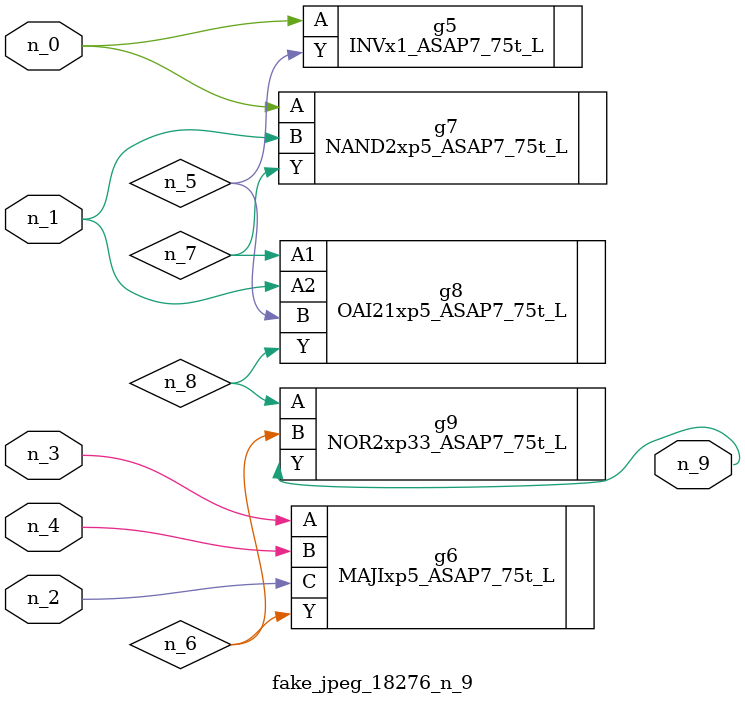
<source format=v>
module fake_jpeg_18276_n_9 (n_3, n_2, n_1, n_0, n_4, n_9);

input n_3;
input n_2;
input n_1;
input n_0;
input n_4;

output n_9;

wire n_8;
wire n_6;
wire n_5;
wire n_7;

INVx1_ASAP7_75t_L g5 ( 
.A(n_0),
.Y(n_5)
);

MAJIxp5_ASAP7_75t_L g6 ( 
.A(n_3),
.B(n_4),
.C(n_2),
.Y(n_6)
);

NAND2xp5_ASAP7_75t_L g7 ( 
.A(n_0),
.B(n_1),
.Y(n_7)
);

OAI21xp5_ASAP7_75t_L g8 ( 
.A1(n_7),
.A2(n_1),
.B(n_5),
.Y(n_8)
);

NOR2xp33_ASAP7_75t_L g9 ( 
.A(n_8),
.B(n_6),
.Y(n_9)
);


endmodule
</source>
